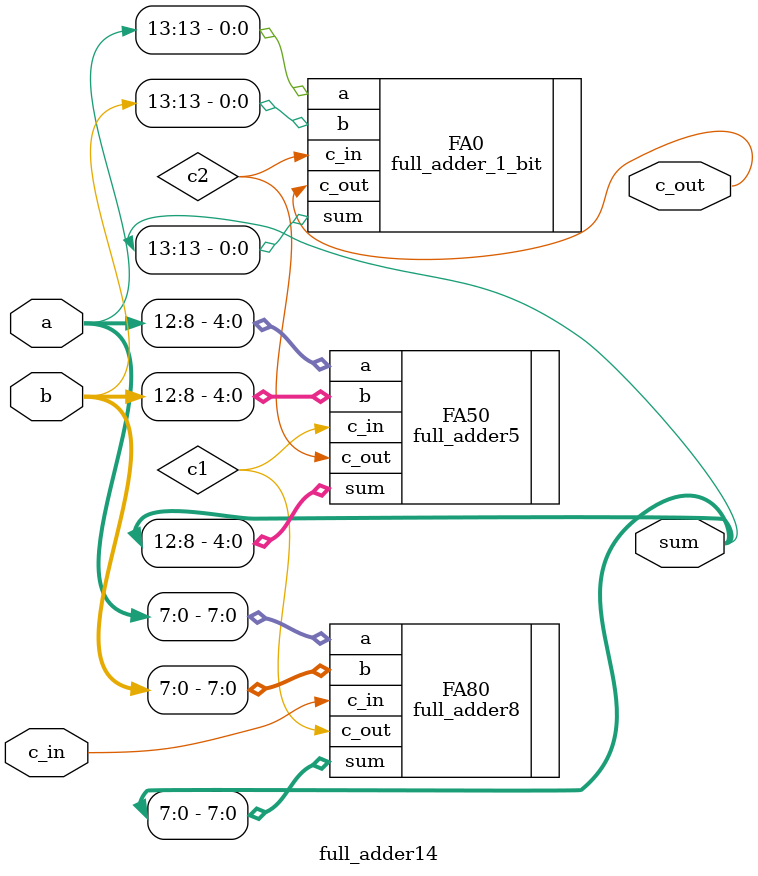
<source format=sv>
module full_adder14 ( input logic [13:0] a, b, output logic [13:0] sum, input logic c_in, output logic c_out );
// simple full adder 14 bits /!\ requiere full_adder8 et full_adder_1bit et full_adder5 
wire c1, c2;

full_adder8 FA80 		(.a(a[7:0]) , .b(b[7:0]),  .c_in(c_in),  .c_out(c1), .sum(sum[7:0]));
full_adder5 FA50 		(.a(a[12:8]), .b(b[12:8]), .c_in(c1),    .c_out(c2), .sum(sum[12:8]));
full_adder_1_bit FA0 (.a(a[13])  , .b(b[13]),   .c_in(c2), .sum(sum[13]),   .c_out(c_out));

endmodule

</source>
